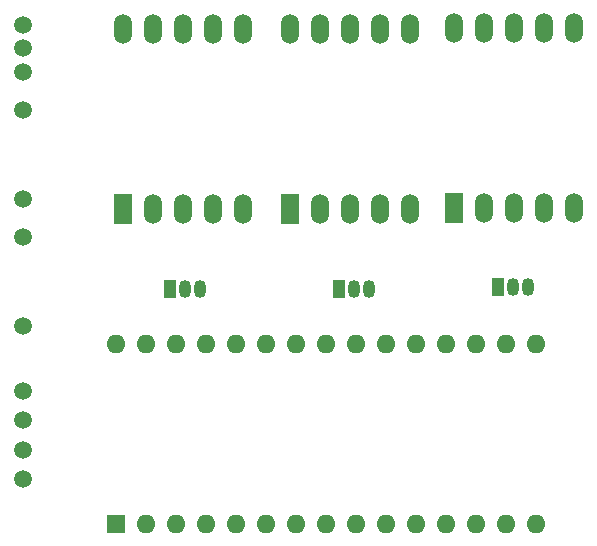
<source format=gbr>
%TF.GenerationSoftware,KiCad,Pcbnew,7.0.1-3b83917a11~171~ubuntu22.04.1*%
%TF.CreationDate,2023-04-03T10:37:19-06:00*%
%TF.ProjectId,temp_reader,74656d70-5f72-4656-9164-65722e6b6963,rev?*%
%TF.SameCoordinates,Original*%
%TF.FileFunction,Soldermask,Top*%
%TF.FilePolarity,Negative*%
%FSLAX46Y46*%
G04 Gerber Fmt 4.6, Leading zero omitted, Abs format (unit mm)*
G04 Created by KiCad (PCBNEW 7.0.1-3b83917a11~171~ubuntu22.04.1) date 2023-04-03 10:37:19*
%MOMM*%
%LPD*%
G01*
G04 APERTURE LIST*
%ADD10C,1.500000*%
%ADD11O,1.050000X1.500000*%
%ADD12R,1.050000X1.500000*%
%ADD13R,1.600000X1.600000*%
%ADD14O,1.600000X1.600000*%
%ADD15R,1.524000X2.524000*%
%ADD16O,1.524000X2.524000*%
G04 APERTURE END LIST*
D10*
%TO.C,R2*%
X123000000Y-86500000D03*
X123000000Y-79000000D03*
%TD*%
%TO.C,U4*%
X123000000Y-99500000D03*
X123000000Y-97000000D03*
X123000000Y-94500000D03*
X123000000Y-92000000D03*
%TD*%
%TO.C,R1*%
X123000000Y-75750000D03*
X123000000Y-68250000D03*
%TD*%
%TO.C,U5*%
X123000000Y-61000000D03*
X123000000Y-63000000D03*
X123000000Y-65000000D03*
%TD*%
D11*
%TO.C,Q2*%
X152270000Y-83360000D03*
X151000000Y-83360000D03*
D12*
X149730000Y-83360000D03*
%TD*%
D11*
%TO.C,Q3*%
X165770000Y-83220000D03*
X164500000Y-83220000D03*
D12*
X163230000Y-83220000D03*
%TD*%
D13*
%TO.C,A1*%
X130840000Y-103240000D03*
D14*
X133380000Y-103240000D03*
X135920000Y-103240000D03*
X138460000Y-103240000D03*
X141000000Y-103240000D03*
X143540000Y-103240000D03*
X146080000Y-103240000D03*
X148620000Y-103240000D03*
X151160000Y-103240000D03*
X153700000Y-103240000D03*
X156240000Y-103240000D03*
X158780000Y-103240000D03*
X161320000Y-103240000D03*
X163860000Y-103240000D03*
X166400000Y-103240000D03*
X166400000Y-88000000D03*
X163860000Y-88000000D03*
X161320000Y-88000000D03*
X158780000Y-88000000D03*
X156240000Y-88000000D03*
X153700000Y-88000000D03*
X151160000Y-88000000D03*
X148620000Y-88000000D03*
X146080000Y-88000000D03*
X143540000Y-88000000D03*
X141000000Y-88000000D03*
X138460000Y-88000000D03*
X135920000Y-88000000D03*
X133380000Y-88000000D03*
X130840000Y-88000000D03*
%TD*%
D15*
%TO.C,U2*%
X145580000Y-76620000D03*
D16*
X148120000Y-76620000D03*
X150660000Y-76620000D03*
X153200000Y-76620000D03*
X155740000Y-76620000D03*
X155740000Y-61380000D03*
X153200000Y-61380000D03*
X150660000Y-61380000D03*
X148120000Y-61380000D03*
X145580000Y-61380000D03*
%TD*%
D15*
%TO.C,U3*%
X159500000Y-76500000D03*
D16*
X162040000Y-76500000D03*
X164580000Y-76500000D03*
X167120000Y-76500000D03*
X169660000Y-76500000D03*
X169660000Y-61260000D03*
X167120000Y-61260000D03*
X164580000Y-61260000D03*
X162040000Y-61260000D03*
X159500000Y-61260000D03*
%TD*%
D11*
%TO.C,Q1*%
X138000000Y-83360000D03*
X136730000Y-83360000D03*
D12*
X135460000Y-83360000D03*
%TD*%
D15*
%TO.C,U1*%
X131420000Y-76620000D03*
D16*
X133960000Y-76620000D03*
X136500000Y-76620000D03*
X139040000Y-76620000D03*
X141580000Y-76620000D03*
X141580000Y-61380000D03*
X139040000Y-61380000D03*
X136500000Y-61380000D03*
X133960000Y-61380000D03*
X131420000Y-61380000D03*
%TD*%
M02*

</source>
